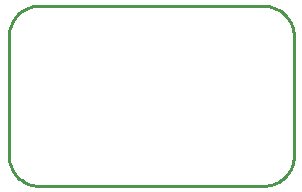
<source format=gbr>
G04 EAGLE Gerber RS-274X export*
G75*
%MOMM*%
%FSLAX34Y34*%
%LPD*%
%IN*%
%IPPOS*%
%AMOC8*
5,1,8,0,0,1.08239X$1,22.5*%
G01*
%ADD10C,0.254000*%


D10*
X0Y25400D02*
X97Y23186D01*
X386Y20989D01*
X865Y18826D01*
X1532Y16713D01*
X2380Y14666D01*
X3403Y12700D01*
X4594Y10831D01*
X5942Y9073D01*
X7440Y7440D01*
X9073Y5942D01*
X10831Y4594D01*
X12700Y3403D01*
X14666Y2380D01*
X16713Y1532D01*
X18826Y865D01*
X20989Y386D01*
X23186Y97D01*
X25400Y0D01*
X215900Y0D01*
X218114Y97D01*
X220311Y386D01*
X222474Y865D01*
X224587Y1532D01*
X226635Y2380D01*
X228600Y3403D01*
X230469Y4594D01*
X232227Y5942D01*
X233861Y7440D01*
X235358Y9073D01*
X236706Y10831D01*
X237897Y12700D01*
X238920Y14666D01*
X239768Y16713D01*
X240435Y18826D01*
X240914Y20989D01*
X241203Y23186D01*
X241300Y25400D01*
X241300Y127000D01*
X241203Y129214D01*
X240914Y131411D01*
X240435Y133574D01*
X239768Y135687D01*
X238920Y137735D01*
X237897Y139700D01*
X236706Y141569D01*
X235358Y143327D01*
X233861Y144961D01*
X232227Y146458D01*
X230469Y147806D01*
X228600Y148997D01*
X226635Y150020D01*
X224587Y150868D01*
X222474Y151535D01*
X220311Y152014D01*
X218114Y152303D01*
X215900Y152400D01*
X25400Y152400D01*
X23186Y152303D01*
X20989Y152014D01*
X18826Y151535D01*
X16713Y150868D01*
X14666Y150020D01*
X12700Y148997D01*
X10831Y147806D01*
X9073Y146458D01*
X7440Y144961D01*
X5942Y143327D01*
X4594Y141569D01*
X3403Y139700D01*
X2380Y137735D01*
X1532Y135687D01*
X865Y133574D01*
X386Y131411D01*
X97Y129214D01*
X0Y127000D01*
X0Y25400D01*
M02*

</source>
